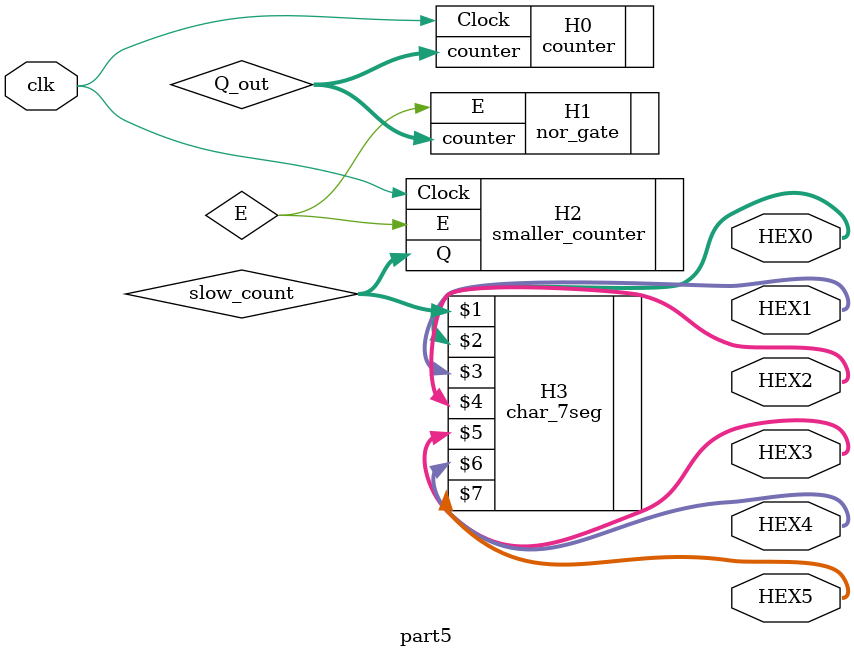
<source format=v>
module part5 (clk, HEX0, HEX1, HEX2, HEX3, HEX4, HEX5);
input clk;

output [0:6] HEX0; // 7-seg display
output [0:6] HEX1; // 7-seg display
output [0:6] HEX2; // 7-seg display
output [0:6] HEX3; // 7-seg display
output [0:6] HEX4; // 7-seg display
output [0:6] HEX5; // 7-seg display

wire E;
wire [25:0] Q_out;
wire [2:0] slow_count;

counter H0 (.Clock(clk), .counter(Q_out) );

nor_gate H1( .counter(Q_out), .E(E) );

smaller_counter H2( .Clock(clk), .E(E), .Q(slow_count) );

char_7seg H3 (slow_count, HEX0, HEX1, HEX2, HEX3, HEX4, HEX5);

endmodule
</source>
